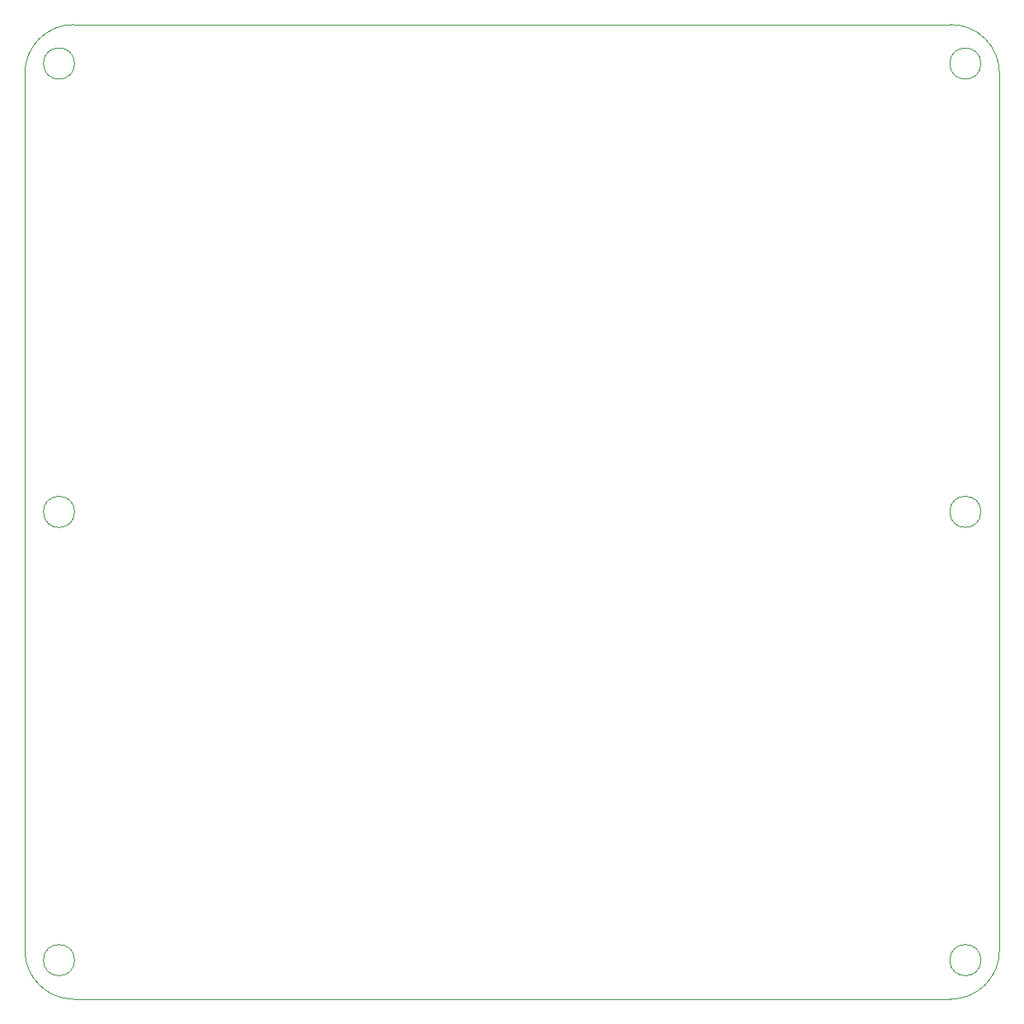
<source format=gm1>
%TF.GenerationSoftware,KiCad,Pcbnew,7.0.5*%
%TF.CreationDate,2023-06-25T15:18:36+08:00*%
%TF.ProjectId,UINIO-Keyboard,55494e49-4f2d-44b6-9579-626f6172642e,Version 2.0.0*%
%TF.SameCoordinates,Original*%
%TF.FileFunction,Profile,NP*%
%FSLAX46Y46*%
G04 Gerber Fmt 4.6, Leading zero omitted, Abs format (unit mm)*
G04 Created by KiCad (PCBNEW 7.0.5) date 2023-06-25 15:18:36*
%MOMM*%
%LPD*%
G01*
G04 APERTURE LIST*
%TA.AperFunction,Profile*%
%ADD10C,0.100000*%
%TD*%
G04 APERTURE END LIST*
D10*
X102520000Y-100800000D02*
G75*
G03*
X102520000Y-100800000I-1600000J0D01*
G01*
X197420000Y-55800000D02*
G75*
G03*
X192420000Y-50800000I-5000000J0D01*
G01*
X102420000Y-50800000D02*
X192420000Y-50800000D01*
X97420000Y-145800000D02*
X97420000Y-55800000D01*
X97420000Y-145800000D02*
G75*
G03*
X102420000Y-150800000I5000000J0D01*
G01*
X195520000Y-54800000D02*
G75*
G03*
X195520000Y-54800000I-1600000J0D01*
G01*
X195520000Y-146800000D02*
G75*
G03*
X195520000Y-146800000I-1600000J0D01*
G01*
X102420000Y-50800000D02*
G75*
G03*
X97420000Y-55800000I0J-5000000D01*
G01*
X102520000Y-146800000D02*
G75*
G03*
X102520000Y-146800000I-1600000J0D01*
G01*
X102520000Y-54800000D02*
G75*
G03*
X102520000Y-54800000I-1600000J0D01*
G01*
X192420000Y-150800000D02*
G75*
G03*
X197420000Y-145800000I0J5000000D01*
G01*
X197420000Y-55800000D02*
X197420000Y-145800000D01*
X192420000Y-150800000D02*
X102420000Y-150800000D01*
X195520000Y-100800000D02*
G75*
G03*
X195520000Y-100800000I-1600000J0D01*
G01*
M02*

</source>
